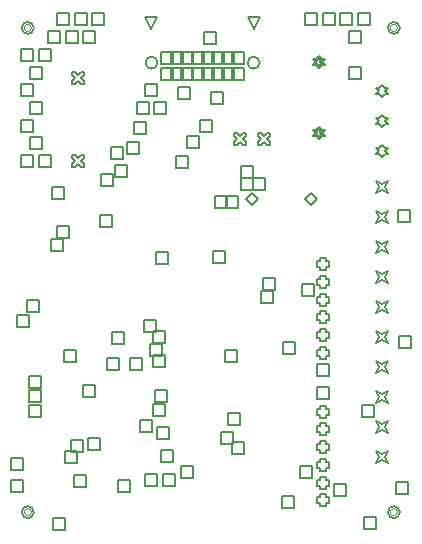
<source format=gbr>
%TF.GenerationSoftware,Altium Limited,Altium Designer,26.2.0 (7)*%
G04 Layer_Color=2752767*
%FSLAX45Y45*%
%MOMM*%
%TF.SameCoordinates,1220A514-1184-4156-BF0E-9310A74DF62C*%
%TF.FilePolarity,Positive*%
%TF.FileFunction,Drawing*%
%TF.Part,Single*%
G01*
G75*
%TA.AperFunction,NonConductor*%
%ADD52C,0.12700*%
%ADD95C,0.16933*%
%ADD96C,0.10160*%
D52*
X10274200Y10149200D02*
X10299600D01*
X10325000Y10174600D01*
X10350400Y10149200D01*
X10375800D01*
Y10174600D01*
X10350400Y10200000D01*
X10375800Y10225400D01*
Y10250800D01*
X10350400D01*
X10325000Y10225400D01*
X10299600Y10250800D01*
X10274200D01*
Y10225400D01*
X10299600Y10200000D01*
X10274200Y10174600D01*
Y10149200D01*
Y10849200D02*
X10299600D01*
X10325000Y10874600D01*
X10350400Y10849200D01*
X10375800D01*
Y10874600D01*
X10350400Y10900000D01*
X10375800Y10925400D01*
Y10950800D01*
X10350400D01*
X10325000Y10925400D01*
X10299600Y10950800D01*
X10274200D01*
Y10925400D01*
X10299600Y10900000D01*
X10274200Y10874600D01*
Y10849200D01*
X12365000Y10986700D02*
X12390400Y11012100D01*
X12415800D01*
X12390400Y11037500D01*
X12415800Y11062900D01*
X12390400D01*
X12365000Y11088300D01*
X12339600Y11062900D01*
X12314200D01*
X12339600Y11037500D01*
X12314200Y11012100D01*
X12339600D01*
X12365000Y10986700D01*
Y11007020D02*
X12380240Y11022260D01*
X12395480D01*
X12380240Y11037500D01*
X12395480Y11052740D01*
X12380240D01*
X12365000Y11067980D01*
X12349760Y11052740D01*
X12334520D01*
X12349760Y11037500D01*
X12334520Y11022260D01*
X12349760D01*
X12365000Y11007020D01*
Y10386700D02*
X12390400Y10412100D01*
X12415800D01*
X12390400Y10437500D01*
X12415800Y10462900D01*
X12390400D01*
X12365000Y10488300D01*
X12339600Y10462900D01*
X12314200D01*
X12339600Y10437500D01*
X12314200Y10412100D01*
X12339600D01*
X12365000Y10386700D01*
Y10407020D02*
X12380240Y10422260D01*
X12395480D01*
X12380240Y10437500D01*
X12395480Y10452740D01*
X12380240D01*
X12365000Y10467980D01*
X12349760Y10452740D01*
X12334520D01*
X12349760Y10437500D01*
X12334520Y10422260D01*
X12349760D01*
X12365000Y10407020D01*
X12249200Y9882500D02*
X12300000Y9933300D01*
X12350800Y9882500D01*
X12300000Y9831700D01*
X12249200Y9882500D01*
X11749200D02*
X11800000Y9933300D01*
X11850800Y9882500D01*
X11800000Y9831700D01*
X11749200Y9882500D01*
X11849200Y10336700D02*
X11874600D01*
X11900000Y10362100D01*
X11925400Y10336700D01*
X11950800D01*
Y10362100D01*
X11925400Y10387500D01*
X11950800Y10412900D01*
Y10438300D01*
X11925400D01*
X11900000Y10412900D01*
X11874600Y10438300D01*
X11849200D01*
Y10412900D01*
X11874600Y10387500D01*
X11849200Y10362100D01*
Y10336700D01*
X12377100Y8052100D02*
Y8026700D01*
X12427900D01*
Y8052100D01*
X12453300D01*
Y8102900D01*
X12427900D01*
Y8128300D01*
X12377100D01*
Y8102900D01*
X12351700D01*
Y8052100D01*
X12377100D01*
Y7902100D02*
Y7876700D01*
X12427900D01*
Y7902100D01*
X12453300D01*
Y7952900D01*
X12427900D01*
Y7978300D01*
X12377100D01*
Y7952900D01*
X12351700D01*
Y7902100D01*
X12377100D01*
Y7752100D02*
Y7726700D01*
X12427900D01*
Y7752100D01*
X12453300D01*
Y7802900D01*
X12427900D01*
Y7828300D01*
X12377100D01*
Y7802900D01*
X12351700D01*
Y7752100D01*
X12377100D01*
Y7302100D02*
Y7276700D01*
X12427900D01*
Y7302100D01*
X12453300D01*
Y7352900D01*
X12427900D01*
Y7378300D01*
X12377100D01*
Y7352900D01*
X12351700D01*
Y7302100D01*
X12377100D01*
Y7602100D02*
Y7576700D01*
X12427900D01*
Y7602100D01*
X12453300D01*
Y7652900D01*
X12427900D01*
Y7678300D01*
X12377100D01*
Y7652900D01*
X12351700D01*
Y7602100D01*
X12377100D01*
Y7452100D02*
Y7426700D01*
X12427900D01*
Y7452100D01*
X12453300D01*
Y7502900D01*
X12427900D01*
Y7528300D01*
X12377100D01*
Y7502900D01*
X12351700D01*
Y7452100D01*
X12377100D01*
Y9302101D02*
Y9276701D01*
X12427900D01*
Y9302101D01*
X12453300D01*
Y9352901D01*
X12427900D01*
Y9378301D01*
X12377100D01*
Y9352901D01*
X12351700D01*
Y9302101D01*
X12377100D01*
Y9152101D02*
Y9126701D01*
X12427900D01*
Y9152101D01*
X12453300D01*
Y9202901D01*
X12427900D01*
Y9228301D01*
X12377100D01*
Y9202901D01*
X12351700D01*
Y9152101D01*
X12377100D01*
Y9002101D02*
Y8976701D01*
X12427900D01*
Y9002101D01*
X12453300D01*
Y9052901D01*
X12427900D01*
Y9078301D01*
X12377100D01*
Y9052901D01*
X12351700D01*
Y9002101D01*
X12377100D01*
Y8552100D02*
Y8526700D01*
X12427900D01*
Y8552100D01*
X12453300D01*
Y8602900D01*
X12427900D01*
Y8628300D01*
X12377100D01*
Y8602900D01*
X12351700D01*
Y8552100D01*
X12377100D01*
Y8852100D02*
Y8826700D01*
X12427900D01*
Y8852100D01*
X12453300D01*
Y8902900D01*
X12427900D01*
Y8928300D01*
X12377100D01*
Y8902900D01*
X12351700D01*
Y8852100D01*
X12377100D01*
Y8702100D02*
Y8676700D01*
X12427900D01*
Y8702100D01*
X12453300D01*
Y8752900D01*
X12427900D01*
Y8778300D01*
X12377100D01*
Y8752900D01*
X12351700D01*
Y8702100D01*
X12377100D01*
X12902499Y10486700D02*
X12927901Y10512100D01*
X12953300D01*
X12927901Y10537500D01*
X12953300Y10562900D01*
X12927901D01*
X12902499Y10588300D01*
X12877100Y10562900D01*
X12851700D01*
X12877100Y10537500D01*
X12851700Y10512100D01*
X12877100D01*
X12902499Y10486700D01*
X12851700Y7646700D02*
X12877100Y7697500D01*
X12851700Y7748300D01*
X12902499Y7722900D01*
X12953300Y7748300D01*
X12927901Y7697500D01*
X12953300Y7646700D01*
X12902499Y7672100D01*
X12851700Y7646700D01*
X11629200Y10884200D02*
Y10985800D01*
X11730800D01*
Y10884200D01*
X11629200D01*
X11034200D02*
Y10985800D01*
X11135800D01*
Y10884200D01*
X11034200D01*
Y11019200D02*
Y11120800D01*
X11135800D01*
Y11019200D01*
X11034200D01*
X11629200D02*
Y11120800D01*
X11730800D01*
Y11019200D01*
X11629200D01*
X12851700Y9678700D02*
X12877100Y9729500D01*
X12851700Y9780300D01*
X12902499Y9754900D01*
X12953300Y9780300D01*
X12927901Y9729500D01*
X12953300Y9678700D01*
X12902499Y9704100D01*
X12851700Y9678700D01*
X12902499Y10232700D02*
X12927901Y10258100D01*
X12953300D01*
X12927901Y10283500D01*
X12953300Y10308900D01*
X12927901D01*
X12902499Y10334300D01*
X12877100Y10308900D01*
X12851700D01*
X12877100Y10283500D01*
X12851700Y10258100D01*
X12877100D01*
X12902499Y10232700D01*
X12851700Y8662700D02*
X12877100Y8713500D01*
X12851700Y8764300D01*
X12902499Y8738900D01*
X12953300Y8764300D01*
X12927901Y8713500D01*
X12953300Y8662700D01*
X12902499Y8688100D01*
X12851700Y8662700D01*
Y8408700D02*
X12877100Y8459500D01*
X12851700Y8510300D01*
X12902499Y8484900D01*
X12953300Y8510300D01*
X12927901Y8459500D01*
X12953300Y8408700D01*
X12902499Y8434100D01*
X12851700Y8408700D01*
X11544200Y11019200D02*
Y11120800D01*
X11645800D01*
Y11019200D01*
X11544200D01*
X11459200D02*
Y11120800D01*
X11560800D01*
Y11019200D01*
X11459200D01*
X11374200D02*
Y11120800D01*
X11475800D01*
Y11019200D01*
X11374200D01*
X11289200D02*
Y11120800D01*
X11390800D01*
Y11019200D01*
X11289200D01*
X11204200D02*
Y11120800D01*
X11305800D01*
Y11019200D01*
X11204200D01*
X11119200D02*
Y11120800D01*
X11220800D01*
Y11019200D01*
X11119200D01*
Y10884200D02*
Y10985800D01*
X11220800D01*
Y10884200D01*
X11119200D01*
X11204200D02*
Y10985800D01*
X11305800D01*
Y10884200D01*
X11204200D01*
X11289200D02*
Y10985800D01*
X11390800D01*
Y10884200D01*
X11289200D01*
X11374200D02*
Y10985800D01*
X11475800D01*
Y10884200D01*
X11374200D01*
X11459200D02*
Y10985800D01*
X11560800D01*
Y10884200D01*
X11459200D01*
X11544200D02*
Y10985800D01*
X11645800D01*
Y10884200D01*
X11544200D01*
X10950000Y11320200D02*
X10899200Y11421800D01*
X11000800D01*
X10950000Y11320200D01*
X11815000D02*
X11764200Y11421800D01*
X11865800D01*
X11815000Y11320200D01*
X12851700Y9170700D02*
X12877100Y9221500D01*
X12851700Y9272300D01*
X12902499Y9246900D01*
X12953300Y9272300D01*
X12927901Y9221500D01*
X12953300Y9170700D01*
X12902499Y9196100D01*
X12851700Y9170700D01*
Y9424700D02*
X12877100Y9475500D01*
X12851700Y9526300D01*
X12902499Y9500900D01*
X12953300Y9526300D01*
X12927901Y9475500D01*
X12953300Y9424700D01*
X12902499Y9450100D01*
X12851700Y9424700D01*
Y9932700D02*
X12877100Y9983500D01*
X12851700Y10034300D01*
X12902499Y10008900D01*
X12953300Y10034300D01*
X12927901Y9983500D01*
X12953300Y9932700D01*
X12902499Y9958100D01*
X12851700Y9932700D01*
Y8916700D02*
X12877100Y8967500D01*
X12851700Y9018300D01*
X12902499Y8992900D01*
X12953300Y9018300D01*
X12927901Y8967500D01*
X12953300Y8916700D01*
X12902499Y8942100D01*
X12851700Y8916700D01*
Y7900700D02*
X12877100Y7951500D01*
X12851700Y8002300D01*
X12902499Y7976900D01*
X12953300Y8002300D01*
X12927901Y7951500D01*
X12953300Y7900700D01*
X12902499Y7926100D01*
X12851700Y7900700D01*
Y8154700D02*
X12877100Y8205500D01*
X12851700Y8256300D01*
X12902499Y8230900D01*
X12953300Y8256300D01*
X12927901Y8205500D01*
X12953300Y8154700D01*
X12902499Y8180100D01*
X12851700Y8154700D01*
X12902499Y10740700D02*
X12927901Y10766100D01*
X12953300D01*
X12927901Y10791500D01*
X12953300Y10816900D01*
X12927901D01*
X12902499Y10842300D01*
X12877100Y10816900D01*
X12851700D01*
X12877100Y10791500D01*
X12851700Y10766100D01*
X12877100D01*
X12902499Y10740700D01*
X11649200Y10336700D02*
X11674600D01*
X11700000Y10362100D01*
X11725400Y10336700D01*
X11750800D01*
Y10362100D01*
X11725400Y10387500D01*
X11750800Y10412900D01*
Y10438300D01*
X11725400D01*
X11700000Y10412900D01*
X11674600Y10438300D01*
X11649200D01*
Y10412900D01*
X11674600Y10387500D01*
X11649200Y10362100D01*
Y10336700D01*
X11806700Y9954200D02*
Y10055800D01*
X11908300D01*
Y9954200D01*
X11806700D01*
X11706700D02*
Y10055800D01*
X11808300D01*
Y9954200D01*
X11706700D01*
Y10054200D02*
Y10155800D01*
X11808300D01*
Y10054200D01*
X11706700D01*
X11484200Y9804200D02*
Y9905800D01*
X11585800D01*
Y9804200D01*
X11484200D01*
X11584200D02*
Y9905800D01*
X11685800D01*
Y9804200D01*
X11584200D01*
X11601700Y7961700D02*
Y8063300D01*
X11703300D01*
Y7961700D01*
X11601700D01*
X10959200Y8044200D02*
Y8145800D01*
X11060800D01*
Y8044200D01*
X10959200D01*
X10938426Y8552220D02*
Y8653820D01*
X11040026D01*
Y8552220D01*
X10938426D01*
X10976700Y8164200D02*
Y8265800D01*
X11078300D01*
Y8164200D01*
X10976700D01*
X10964200Y8659200D02*
Y8760800D01*
X11065800D01*
Y8659200D01*
X10964200D01*
X10966700Y8456700D02*
Y8558300D01*
X11068300D01*
Y8456700D01*
X10966700D01*
X10999200Y7849200D02*
Y7950800D01*
X11100800D01*
Y7849200D01*
X10999200D01*
X12349200Y8384200D02*
Y8485800D01*
X12450800D01*
Y8384200D01*
X12349200D01*
X11049197Y7449198D02*
Y7550798D01*
X11150797D01*
Y7449198D01*
X11049197D01*
X12549196Y11349197D02*
Y11450797D01*
X12650796D01*
Y11349197D01*
X12549196D01*
X12699196D02*
Y11450797D01*
X12800797D01*
Y11349197D01*
X12699196D01*
X9849197Y10749197D02*
Y10850797D01*
X9950797D01*
Y10749197D01*
X9849197D01*
X11574196Y8499197D02*
Y8600797D01*
X11675796D01*
Y8499197D01*
X11574196D01*
X10899197Y10749197D02*
Y10850797D01*
X11000797D01*
Y10749197D01*
X10899197D01*
X10374197Y8199197D02*
Y8300797D01*
X10475797D01*
Y8199197D01*
X10374197D01*
X9849197Y10149197D02*
Y10250797D01*
X9950797D01*
Y10149197D01*
X9849197D01*
X10824197Y10599197D02*
Y10700797D01*
X10925797D01*
Y10599197D01*
X10824197D01*
X10149197Y11349197D02*
Y11450797D01*
X10250797D01*
Y11349197D01*
X10149197D01*
X12249196D02*
Y11450797D01*
X12350796D01*
Y11349197D01*
X12249196D01*
X9849197Y10449197D02*
Y10550797D01*
X9950797D01*
Y10449197D01*
X9849197D01*
Y11049197D02*
Y11150797D01*
X9950797D01*
Y11049197D01*
X9849197D01*
X12624196Y11199197D02*
Y11300797D01*
X12725796D01*
Y11199197D01*
X12624196D01*
X10449197Y11349197D02*
Y11450797D01*
X10550797D01*
Y11349197D01*
X10449197D01*
X10974196Y10599197D02*
Y10700797D01*
X11075796D01*
Y10599197D01*
X10974196D01*
X10374197Y11199197D02*
Y11300797D01*
X10475797D01*
Y11199197D01*
X10374197D01*
X9924197Y10599197D02*
Y10700797D01*
X10025797D01*
Y10599197D01*
X9924197D01*
X10899197Y7449198D02*
Y7550798D01*
X11000797D01*
Y7449198D01*
X10899197D01*
X12624196Y10899197D02*
Y11000797D01*
X12725796D01*
Y10899197D01*
X12624196D01*
X9999197Y10149197D02*
Y10250797D01*
X10100797D01*
Y10149197D01*
X9999197D01*
X10074197Y11199197D02*
Y11300797D01*
X10175797D01*
Y11199197D01*
X10074197D01*
X9999197Y11049197D02*
Y11150797D01*
X10100797D01*
Y11049197D01*
X9999197D01*
X9924197Y10899197D02*
Y11000797D01*
X10025797D01*
Y10899197D01*
X9924197D01*
X10299197Y11349197D02*
Y11450797D01*
X10400797D01*
Y11349197D01*
X10299197D01*
X10149197Y9549197D02*
Y9650797D01*
X10250797D01*
Y9549197D01*
X10149197D01*
X10224197Y11199197D02*
Y11300797D01*
X10325797D01*
Y11199197D01*
X10224197D01*
X9924197Y10299197D02*
Y10400797D01*
X10025797D01*
Y10299197D01*
X9924197D01*
X12399196Y11349197D02*
Y11450797D01*
X12500796D01*
Y11349197D01*
X12399196D01*
X10519200Y9991700D02*
Y10093300D01*
X10620800D01*
Y9991700D01*
X10519200D01*
X10641700Y10069200D02*
Y10170800D01*
X10743300D01*
Y10069200D01*
X10641700D01*
X10851700Y7909200D02*
Y8010800D01*
X10953300D01*
Y7909200D01*
X10851700D01*
X11456700Y10684200D02*
Y10785800D01*
X11558300D01*
Y10684200D01*
X11456700D01*
X10109200Y9881700D02*
Y9983300D01*
X10210800D01*
Y9881700D01*
X10109200D01*
X10096700Y9441700D02*
Y9543300D01*
X10198300D01*
Y9441700D01*
X10096700D01*
X10516700Y9639200D02*
Y9740800D01*
X10618300D01*
Y9639200D01*
X10516700D01*
X10991700Y9331700D02*
Y9433300D01*
X11093300D01*
Y9331700D01*
X10991700D01*
X10889200Y8754200D02*
Y8855800D01*
X10990800D01*
Y8754200D01*
X10889200D01*
X10616700Y8649200D02*
Y8750800D01*
X10718300D01*
Y8649200D01*
X10616700D01*
X10209200Y8501700D02*
Y8603300D01*
X10310800D01*
Y8501700D01*
X10209200D01*
X10214200Y7644200D02*
Y7745800D01*
X10315800D01*
Y7644200D01*
X10214200D01*
X10294200Y7439200D02*
Y7540800D01*
X10395800D01*
Y7439200D01*
X10294200D01*
X10574200Y8434200D02*
Y8535800D01*
X10675800D01*
Y8434200D01*
X10574200D01*
X10769200D02*
Y8535800D01*
X10870800D01*
Y8434200D01*
X10769200D01*
X12204200Y7516700D02*
Y7618300D01*
X12305800D01*
Y7516700D01*
X12204200D01*
X12496700Y7364200D02*
Y7465800D01*
X12598300D01*
Y7364200D01*
X12496700D01*
X12729200Y8029200D02*
Y8130800D01*
X12830800D01*
Y8029200D01*
X12729200D01*
X12349200Y8186700D02*
Y8288300D01*
X12450800D01*
Y8186700D01*
X12349200D01*
X12226700Y9056700D02*
Y9158300D01*
X12328300D01*
Y9056700D01*
X12226700D01*
X12061700Y8569200D02*
Y8670800D01*
X12163300D01*
Y8569200D01*
X12061700D01*
X11881700Y9001700D02*
Y9103300D01*
X11983300D01*
Y9001700D01*
X11881700D01*
X11471700Y9336700D02*
Y9438300D01*
X11573300D01*
Y9336700D01*
X11471700D01*
X11894200Y9106700D02*
Y9208300D01*
X11995800D01*
Y9106700D01*
X11894200D01*
X13036700Y9681700D02*
Y9783300D01*
X13138300D01*
Y9681700D01*
X13036700D01*
X11396700Y11191700D02*
Y11293300D01*
X11498300D01*
Y11191700D01*
X11396700D01*
X11359200Y10449200D02*
Y10550800D01*
X11460800D01*
Y10449200D01*
X11359200D01*
X11249200Y10309200D02*
Y10410800D01*
X11350800D01*
Y10309200D01*
X11249200D01*
X11159200Y10141700D02*
Y10243300D01*
X11260800D01*
Y10141700D01*
X11159200D01*
X11174200Y10721700D02*
Y10823300D01*
X11275800D01*
Y10721700D01*
X11174200D01*
X10804200Y10431700D02*
Y10533300D01*
X10905800D01*
Y10431700D01*
X10804200D01*
X10739200Y10256700D02*
Y10358300D01*
X10840800D01*
Y10256700D01*
X10739200D01*
X9814200Y8799200D02*
Y8900800D01*
X9915800D01*
Y8799200D01*
X9814200D01*
X13046700Y8616700D02*
Y8718300D01*
X13148300D01*
Y8616700D01*
X13046700D01*
X13024200Y7379200D02*
Y7480800D01*
X13125800D01*
Y7379200D01*
X13024200D01*
X12746700Y7081700D02*
Y7183300D01*
X12848300D01*
Y7081700D01*
X12746700D01*
X9759200Y7394200D02*
Y7495800D01*
X9860800D01*
Y7394200D01*
X9759200D01*
X10114200Y7074200D02*
Y7175800D01*
X10215800D01*
Y7074200D01*
X10114200D01*
X10664200Y7394200D02*
Y7495800D01*
X10765800D01*
Y7394200D01*
X10664200D01*
X9759200Y7581700D02*
Y7683300D01*
X9860800D01*
Y7581700D01*
X9759200D01*
X11204200Y7514200D02*
Y7615800D01*
X11305800D01*
Y7514200D01*
X11204200D01*
X9911700Y8279200D02*
Y8380800D01*
X10013300D01*
Y8279200D01*
X9911700D01*
Y8156700D02*
Y8258300D01*
X10013300D01*
Y8156700D01*
X9911700D01*
X12051700Y7264200D02*
Y7365800D01*
X12153300D01*
Y7264200D01*
X12051700D01*
X10411700Y7754200D02*
Y7855800D01*
X10513300D01*
Y7754200D01*
X10411700D01*
X10266700Y7736700D02*
Y7838300D01*
X10368300D01*
Y7736700D01*
X10266700D01*
X11034200Y7654200D02*
Y7755800D01*
X11135800D01*
Y7654200D01*
X11034200D01*
X9896700Y8919200D02*
Y9020800D01*
X9998300D01*
Y8919200D01*
X9896700D01*
X11634200Y7719200D02*
Y7820800D01*
X11735800D01*
Y7719200D01*
X11634200D01*
X9911700Y8031700D02*
Y8133300D01*
X10013300D01*
Y8031700D01*
X9911700D01*
X10604200Y10221699D02*
Y10323299D01*
X10705800D01*
Y10221699D01*
X10604200D01*
X11539200Y7806700D02*
Y7908300D01*
X11640800D01*
Y7806700D01*
X11539200D01*
D95*
X11000800Y11033000D02*
G03*
X11000800Y11033000I-50800J0D01*
G01*
X11865800D02*
G03*
X11865800Y11033000I-50800J0D01*
G01*
X9953300Y11327500D02*
G03*
X9953300Y11327500I-50800J0D01*
G01*
X13053300Y7227500D02*
G03*
X13053300Y7227500I-50800J0D01*
G01*
X9953300D02*
G03*
X9953300Y7227500I-50800J0D01*
G01*
X13053300Y11327500D02*
G03*
X13053300Y11327500I-50800J0D01*
G01*
D96*
X9932980D02*
G03*
X9932980Y11327500I-30480J0D01*
G01*
X13032980Y7227500D02*
G03*
X13032980Y7227500I-30480J0D01*
G01*
X9932980D02*
G03*
X9932980Y7227500I-30480J0D01*
G01*
X13032980Y11327500D02*
G03*
X13032980Y11327500I-30480J0D01*
G01*
%TF.MD5,f6331dc1c6c4cd52d423f5e94f8a378c*%
M02*

</source>
